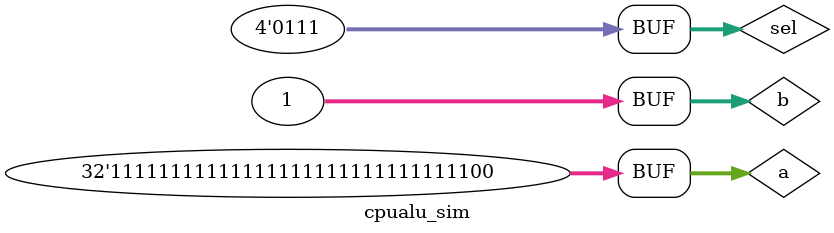
<source format=v>
`timescale 1ns / 1ps
module cpualu_sim(


);

wire[31:0] a;
wire[31:0] b;
wire[31:0] c;
wire [3:0]sel;

assign a =-4;
assign b =1;
assign sel = 7 ;

    alu  MALU(
    .alu_src_a(a),
    .alu_src_b(b),
    .alu_op(sel),
    .alu_out(c)

    );






endmodule
</source>
